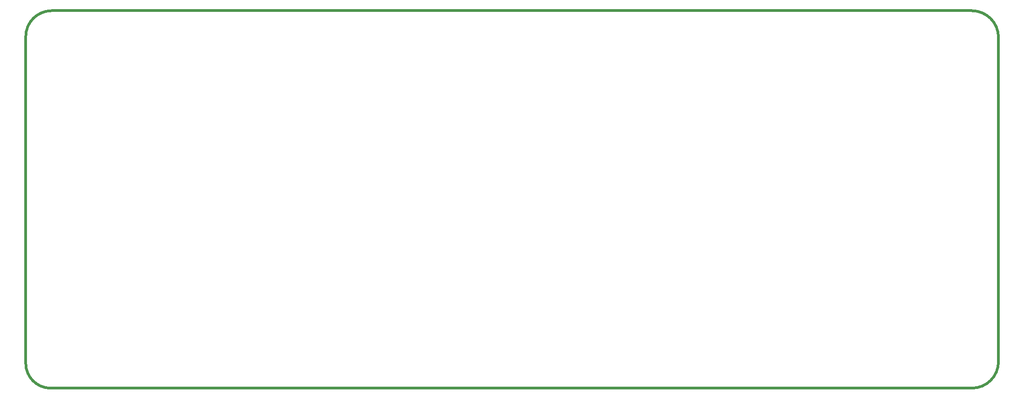
<source format=gm1>
G04*
G04 #@! TF.GenerationSoftware,Altium Limited,Altium Designer,23.0.1 (38)*
G04*
G04 Layer_Color=16711935*
%FSLAX44Y44*%
%MOMM*%
G71*
G04*
G04 #@! TF.SameCoordinates,45C13FE1-74D7-4DC4-897C-9120B35D5960*
G04*
G04*
G04 #@! TF.FilePolarity,Positive*
G04*
G01*
G75*
%ADD15C,0.5000*%
D15*
X48000Y700000D02*
G03*
X0Y652000I0J-48000D01*
G01*
X1800000Y650506D02*
G03*
X1750506Y700000I-49494J0D01*
G01*
X1750801Y0D02*
G03*
X1800000Y49199I0J49199D01*
G01*
X0Y46000D02*
G03*
X46000Y0I46000J0D01*
G01*
X46000D02*
X1750801D01*
X48000Y700000D02*
X1750506D01*
X1800000Y49199D02*
Y650506D01*
X0Y46000D02*
Y652000D01*
M02*

</source>
